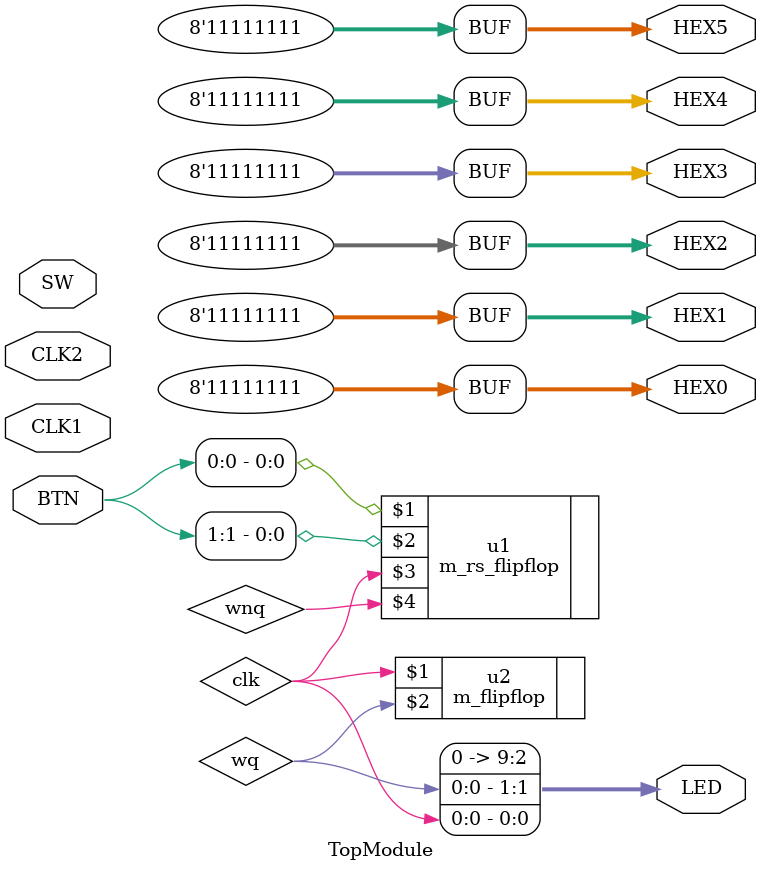
<source format=v>
module TopModule(
    ////////// CLOCK //////////
    input               CLK1,
    input               CLK2,
    ////////// SEG7 //////////
    output  [7:0]       HEX0,
    output  [7:0]       HEX1,
    output  [7:0]       HEX2,
    output  [7:0]       HEX3,
    output  [7:0]       HEX4,
    output  [7:0]       HEX5,
    ////////// Push Button //////////
    input   [1:0]       BTN,
    ////////// LED //////////
    output   [9:0]       LED,
    ////////// SW //////////
    input   [9:0]       SW
    );

    wire clk, wq, wnq;

    m_rs_flipflop u1(BTN[0], BTN[1], clk, wnq);
    m_flipflop u2(clk, wq);

    assign LED = {8'h0, wq, clk};

    assign HEX0 = 8'hff;
    assign HEX1 = 8'hff;
    assign HEX2 = 8'hff;
    assign HEX3 = 8'hff;
    assign HEX4 = 8'hff;
    assign HEX5 = 8'hff;

endmodule

</source>
